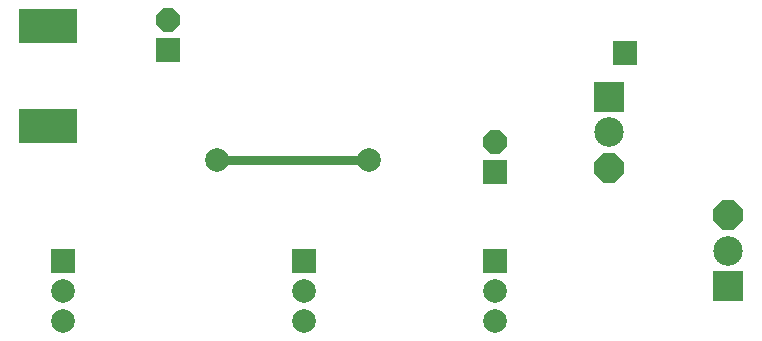
<source format=gbl>
%FSLAX25Y25*%
%MOIN*%
G70*
G01*
G75*
G04 Layer_Physical_Order=2*
G04 Layer_Color=16711680*
%ADD10R,0.11811X0.07874*%
%ADD11R,0.19685X0.11811*%
%ADD12R,0.05906X0.04331*%
%ADD13R,0.04331X0.05906*%
%ADD14R,0.01969X0.04724*%
%ADD15R,0.03150X0.03543*%
%ADD16O,0.09843X0.02756*%
%ADD17C,0.03150*%
%ADD18C,0.01969*%
%ADD19C,0.05906*%
%ADD20C,0.01575*%
%ADD21C,0.01181*%
%ADD22C,0.03937*%
%ADD23C,0.04724*%
%ADD24C,0.05118*%
%ADD25C,0.00945*%
%ADD26R,0.07874X0.07874*%
%ADD27R,0.07874X0.07874*%
%ADD28P,0.08523X8X112.5*%
%ADD29C,0.07874*%
%ADD30P,0.10653X8X292.5*%
%ADD31C,0.09843*%
%ADD32R,0.09843X0.09843*%
D11*
X13043Y95465D02*
D03*
Y128535D02*
D03*
D17*
X69354Y84000D02*
X120000D01*
D26*
X205500Y119500D02*
D03*
D27*
X162000Y80000D02*
D03*
X53000Y120500D02*
D03*
X162000Y50315D02*
D03*
X98500D02*
D03*
X18000D02*
D03*
D28*
X162000Y90000D02*
D03*
X53000Y130500D02*
D03*
D29*
X162000Y30315D02*
D03*
Y40315D02*
D03*
X98500Y30315D02*
D03*
Y40315D02*
D03*
X18000Y30315D02*
D03*
Y40315D02*
D03*
X69354Y84000D02*
D03*
X120000D02*
D03*
D30*
X239685Y65626D02*
D03*
X200315Y81374D02*
D03*
D31*
X239685Y53815D02*
D03*
X200315Y93185D02*
D03*
D32*
Y104996D02*
D03*
X239685Y42004D02*
D03*
M02*

</source>
